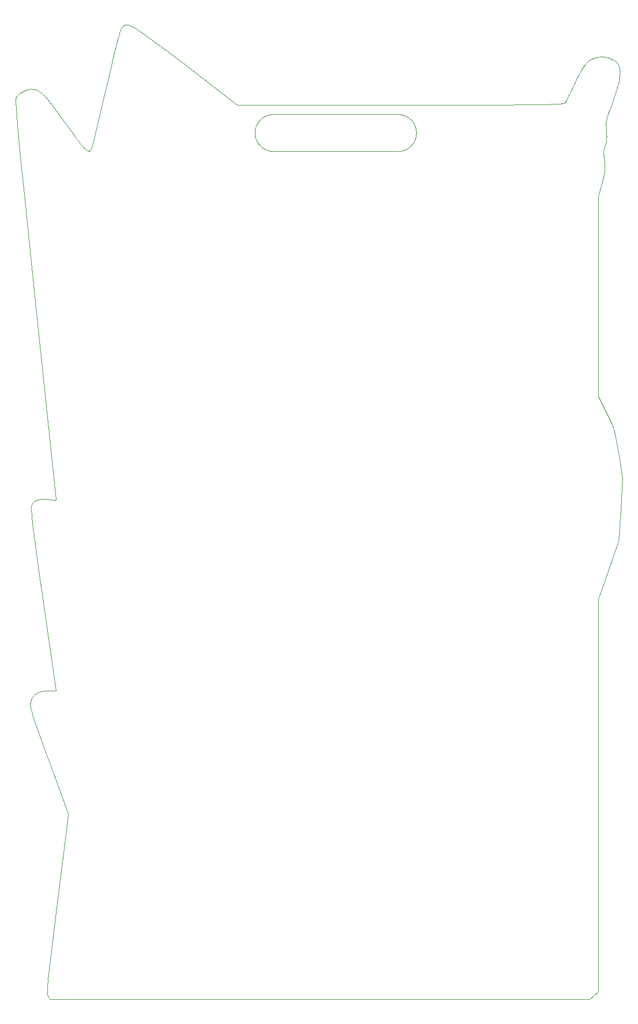
<source format=gm1>
%TF.GenerationSoftware,KiCad,Pcbnew,8.0.1*%
%TF.CreationDate,2024-04-29T20:13:38-04:00*%
%TF.ProjectId,HackerBadgePCBV3 (Simplified),4861636b-6572-4426-9164-676550434256,1.8*%
%TF.SameCoordinates,Original*%
%TF.FileFunction,Profile,NP*%
%FSLAX46Y46*%
G04 Gerber Fmt 4.6, Leading zero omitted, Abs format (unit mm)*
G04 Created by KiCad (PCBNEW 8.0.1) date 2024-04-29 20:13:38*
%MOMM*%
%LPD*%
G01*
G04 APERTURE LIST*
%TA.AperFunction,Profile*%
%ADD10C,0.100000*%
%TD*%
G04 APERTURE END LIST*
D10*
X104966393Y-21121939D02*
X105219037Y-21190234D01*
X105522283Y-21316408D01*
X105887838Y-21507801D01*
X106327410Y-21771756D01*
X106852707Y-22115616D01*
X107475437Y-22546722D01*
X109060026Y-23700041D01*
X111174840Y-25290452D01*
X113913541Y-27376690D01*
X122199586Y-33698467D01*
X147870519Y-33698467D01*
X155930474Y-33696747D01*
X162108979Y-33688941D01*
X164571483Y-33681516D01*
X166658180Y-33671081D01*
X168400587Y-33657140D01*
X169830225Y-33639198D01*
X170978610Y-33616758D01*
X171877262Y-33589324D01*
X172242788Y-33573579D01*
X172557699Y-33556400D01*
X172825937Y-33537724D01*
X173051440Y-33517490D01*
X173238148Y-33495636D01*
X173390002Y-33472099D01*
X173510941Y-33446817D01*
X173604905Y-33419729D01*
X173675834Y-33390772D01*
X173727667Y-33359885D01*
X173764344Y-33327005D01*
X173789806Y-33292071D01*
X173866007Y-33160880D01*
X173988774Y-32928354D01*
X174348607Y-32211156D01*
X174818505Y-31244193D01*
X175347667Y-30131181D01*
X175613255Y-29579547D01*
X175861577Y-29082549D01*
X176095481Y-28637145D01*
X176317808Y-28240292D01*
X176531404Y-27888947D01*
X176635817Y-27729389D01*
X176739113Y-27580068D01*
X176841649Y-27440602D01*
X176943779Y-27310611D01*
X177045860Y-27189716D01*
X177148247Y-27077535D01*
X177251296Y-26973689D01*
X177355361Y-26877797D01*
X177460799Y-26789478D01*
X177567964Y-26708353D01*
X177677214Y-26634040D01*
X177788902Y-26566161D01*
X177903385Y-26504333D01*
X178021019Y-26448178D01*
X178142158Y-26397314D01*
X178267158Y-26351362D01*
X178396375Y-26309940D01*
X178530164Y-26272669D01*
X178812882Y-26209058D01*
X179118156Y-26157484D01*
X179226926Y-26144833D01*
X179337177Y-26136444D01*
X179448668Y-26132214D01*
X179561159Y-26132040D01*
X179674410Y-26135818D01*
X179788183Y-26143445D01*
X180016332Y-26169832D01*
X180243686Y-26210374D01*
X180468329Y-26264244D01*
X180688341Y-26330616D01*
X180901804Y-26408663D01*
X181106801Y-26497558D01*
X181301414Y-26596474D01*
X181483723Y-26704584D01*
X181569664Y-26761828D01*
X181651810Y-26821061D01*
X181729922Y-26882179D01*
X181803759Y-26945078D01*
X181873081Y-27009656D01*
X181937650Y-27075809D01*
X181997224Y-27143434D01*
X182051564Y-27212427D01*
X182100432Y-27282685D01*
X182143585Y-27354104D01*
X182231669Y-27549759D01*
X182301100Y-27764696D01*
X182351745Y-27999674D01*
X182383473Y-28255455D01*
X182396150Y-28532800D01*
X182389645Y-28832469D01*
X182363826Y-29155222D01*
X182318560Y-29501821D01*
X182253714Y-29873026D01*
X182169158Y-30269598D01*
X182064757Y-30692297D01*
X181940381Y-31141884D01*
X181795896Y-31619120D01*
X181631171Y-32124765D01*
X181240470Y-33224325D01*
X180887561Y-34170299D01*
X180743138Y-34567152D01*
X180618525Y-34920482D01*
X180512565Y-35235711D01*
X180424100Y-35518264D01*
X180351974Y-35773565D01*
X180295028Y-36007038D01*
X180252105Y-36224107D01*
X180222048Y-36430195D01*
X180203698Y-36630727D01*
X180195898Y-36831127D01*
X180197492Y-37036818D01*
X180207320Y-37253225D01*
X180224226Y-37485771D01*
X180247052Y-37739881D01*
X180262386Y-37930437D01*
X180274478Y-38112858D01*
X180283264Y-38287473D01*
X180288677Y-38454613D01*
X180290650Y-38614610D01*
X180289117Y-38767793D01*
X180284013Y-38914494D01*
X180275271Y-39055043D01*
X180262825Y-39189771D01*
X180246609Y-39319008D01*
X180226556Y-39443086D01*
X180202600Y-39562336D01*
X180174676Y-39677087D01*
X180142716Y-39787671D01*
X180106655Y-39894418D01*
X180066427Y-39997659D01*
X180026212Y-40107865D01*
X179990229Y-40218897D01*
X179958479Y-40331583D01*
X179930963Y-40446749D01*
X179907679Y-40565222D01*
X179888629Y-40687829D01*
X179873812Y-40815397D01*
X179863228Y-40948753D01*
X179856877Y-41088723D01*
X179854760Y-41236135D01*
X179856876Y-41391815D01*
X179863225Y-41556590D01*
X179888625Y-41916734D01*
X179930958Y-42323180D01*
X179980216Y-42788668D01*
X179996791Y-43000443D01*
X180007513Y-43202297D01*
X180012016Y-43397272D01*
X180009938Y-43588411D01*
X180000915Y-43778756D01*
X179984583Y-43971350D01*
X179960577Y-44169236D01*
X179928536Y-44375457D01*
X179888093Y-44593055D01*
X179838886Y-44825072D01*
X179712725Y-45344539D01*
X179547140Y-45958197D01*
X178982697Y-48035356D01*
X178982697Y-79531357D01*
X180247052Y-82082641D01*
X180654554Y-82899895D01*
X180975537Y-83583005D01*
X181109619Y-83894514D01*
X181229315Y-84196794D01*
X181337039Y-84497950D01*
X181435204Y-84806085D01*
X181526226Y-85129301D01*
X181612518Y-85475700D01*
X181696496Y-85853387D01*
X181780573Y-86270464D01*
X181958683Y-87255198D01*
X182166164Y-88494726D01*
X182820910Y-92378109D01*
X182504826Y-97300058D01*
X182188742Y-102222021D01*
X180585714Y-106827880D01*
X178982697Y-111411171D01*
X178982697Y-173183964D01*
X178282775Y-173770985D01*
X177582873Y-174358007D01*
X92735588Y-174358007D01*
X92396922Y-173816132D01*
X92293205Y-173580304D01*
X92244521Y-173157149D01*
X92263571Y-172414377D01*
X92363055Y-171219695D01*
X92854121Y-166945440D01*
X93819322Y-159276054D01*
X95580388Y-145255243D01*
X92577543Y-137082109D01*
X91975308Y-135427669D01*
X91413024Y-133858424D01*
X90903128Y-132410888D01*
X90458055Y-131121573D01*
X90090240Y-130026990D01*
X89812119Y-129163653D01*
X89636127Y-128568075D01*
X89590315Y-128382105D01*
X89574699Y-128276767D01*
X89577865Y-128122456D01*
X89587328Y-127972816D01*
X89603032Y-127827890D01*
X89624926Y-127687717D01*
X89652955Y-127552340D01*
X89687065Y-127421800D01*
X89727202Y-127296138D01*
X89773313Y-127175396D01*
X89825344Y-127059615D01*
X89883242Y-126948836D01*
X89946952Y-126843101D01*
X90016421Y-126742450D01*
X90091595Y-126646926D01*
X90172421Y-126556570D01*
X90258844Y-126471422D01*
X90350810Y-126391525D01*
X90448267Y-126316920D01*
X90551161Y-126247647D01*
X90659436Y-126183749D01*
X90773041Y-126125267D01*
X90891921Y-126072242D01*
X91016022Y-126024715D01*
X91145291Y-125982728D01*
X91279674Y-125946322D01*
X91419117Y-125915539D01*
X91563566Y-125890419D01*
X91712969Y-125871004D01*
X91867270Y-125857336D01*
X92026416Y-125849456D01*
X92190353Y-125847405D01*
X92532388Y-125860956D01*
X92754947Y-125867303D01*
X92860852Y-125868890D01*
X92962424Y-125869419D01*
X93059102Y-125868889D01*
X93150322Y-125867301D01*
X93235524Y-125864655D01*
X93314143Y-125860951D01*
X93385619Y-125856189D01*
X93449390Y-125850368D01*
X93504891Y-125843488D01*
X93551563Y-125835550D01*
X93588842Y-125826554D01*
X93603783Y-125821658D01*
X93616165Y-125816499D01*
X93625918Y-125811074D01*
X93632972Y-125805385D01*
X93637255Y-125799431D01*
X93638699Y-125793212D01*
X91606699Y-111682109D01*
X90773438Y-105883145D01*
X90156077Y-101324550D01*
X89937619Y-99591088D01*
X89784249Y-98264555D01*
X89699671Y-97377232D01*
X89684336Y-97108360D01*
X89687588Y-96961396D01*
X89707155Y-96865753D01*
X89731939Y-96773575D01*
X89761866Y-96684886D01*
X89796861Y-96599711D01*
X89836850Y-96518075D01*
X89881759Y-96440003D01*
X89931513Y-96365518D01*
X89986038Y-96294647D01*
X90045259Y-96227414D01*
X90109102Y-96163844D01*
X90177493Y-96103962D01*
X90250357Y-96047791D01*
X90327619Y-95995358D01*
X90409206Y-95946688D01*
X90585055Y-95860731D01*
X90777308Y-95790120D01*
X90985369Y-95735054D01*
X91208645Y-95695730D01*
X91446538Y-95672347D01*
X91698455Y-95665104D01*
X91963798Y-95674199D01*
X92241975Y-95699830D01*
X92532388Y-95742196D01*
X92663875Y-95766004D01*
X92787358Y-95786603D01*
X92902772Y-95803961D01*
X93010049Y-95818045D01*
X93109124Y-95828821D01*
X93199932Y-95836257D01*
X93282404Y-95840319D01*
X93320495Y-95841075D01*
X93356477Y-95840975D01*
X93390342Y-95840015D01*
X93422082Y-95838191D01*
X93451690Y-95835499D01*
X93479155Y-95831934D01*
X93504471Y-95827493D01*
X93527629Y-95822172D01*
X93548621Y-95815966D01*
X93567438Y-95808870D01*
X93584072Y-95800882D01*
X93598515Y-95791997D01*
X93610759Y-95782210D01*
X93620795Y-95771518D01*
X93628616Y-95759917D01*
X93634212Y-95747401D01*
X93637576Y-95733968D01*
X93638699Y-95719613D01*
X90342344Y-64336508D01*
X88783419Y-49401308D01*
X87810811Y-39715441D01*
X87518578Y-36571133D01*
X87341969Y-34415308D01*
X87270664Y-33140016D01*
X87271276Y-32798836D01*
X87294344Y-32637309D01*
X87326582Y-32573635D01*
X87363869Y-32509714D01*
X87452609Y-32381722D01*
X87558613Y-32254523D01*
X87679930Y-32129310D01*
X87814609Y-32007271D01*
X87960697Y-31889598D01*
X88116245Y-31777481D01*
X88279299Y-31672111D01*
X88447911Y-31574678D01*
X88620127Y-31486374D01*
X88793997Y-31408388D01*
X88967569Y-31341912D01*
X89138892Y-31288136D01*
X89306015Y-31248250D01*
X89466986Y-31223445D01*
X89544556Y-31217070D01*
X89619855Y-31214912D01*
X89889807Y-31222640D01*
X90144347Y-31249220D01*
X90388701Y-31299744D01*
X90628094Y-31379306D01*
X90867751Y-31493000D01*
X91112899Y-31645917D01*
X91368762Y-31843153D01*
X91640566Y-32089799D01*
X91933537Y-32390950D01*
X92252900Y-32751699D01*
X92603881Y-33177138D01*
X92991705Y-33672361D01*
X93898785Y-34892533D01*
X95015944Y-36452959D01*
X95559933Y-37215505D01*
X96051038Y-37896658D01*
X96492467Y-38499693D01*
X96887429Y-39027884D01*
X97068488Y-39264936D01*
X97239132Y-39484505D01*
X97399764Y-39687000D01*
X97550784Y-39872830D01*
X97692593Y-40042405D01*
X97825592Y-40196134D01*
X97950183Y-40334426D01*
X98066765Y-40457691D01*
X98175741Y-40566337D01*
X98277512Y-40660775D01*
X98372477Y-40741412D01*
X98461039Y-40808660D01*
X98543598Y-40862926D01*
X98620555Y-40904620D01*
X98657058Y-40920881D01*
X98692311Y-40934152D01*
X98726365Y-40944485D01*
X98759268Y-40951930D01*
X98791072Y-40956540D01*
X98821826Y-40958365D01*
X98851581Y-40957456D01*
X98880387Y-40953864D01*
X98908293Y-40947641D01*
X98935350Y-40938838D01*
X98961609Y-40927506D01*
X98987118Y-40913696D01*
X99011929Y-40897459D01*
X99036092Y-40878847D01*
X99082672Y-40834700D01*
X99127259Y-40781665D01*
X99170254Y-40720150D01*
X99367104Y-39990256D01*
X99813721Y-38182977D01*
X101202254Y-32411531D01*
X102020301Y-28942139D01*
X102356614Y-27523818D01*
X102649701Y-26297188D01*
X102903497Y-25247829D01*
X103121938Y-24361320D01*
X103219131Y-23974629D01*
X103308960Y-23623243D01*
X103391919Y-23305360D01*
X103468498Y-23019177D01*
X103539191Y-22762892D01*
X103604489Y-22534703D01*
X103664883Y-22332806D01*
X103720867Y-22155401D01*
X103772931Y-22000683D01*
X103821568Y-21866850D01*
X103867270Y-21752101D01*
X103910529Y-21654633D01*
X103951836Y-21572642D01*
X103991684Y-21504328D01*
X104011215Y-21474735D01*
X104030565Y-21447886D01*
X104049796Y-21423555D01*
X104068970Y-21401516D01*
X104107392Y-21363413D01*
X104146322Y-21331776D01*
X104186253Y-21304803D01*
X104227676Y-21280691D01*
X104394992Y-21190897D01*
X104566078Y-21129612D01*
X104752643Y-21104179D01*
X104966393Y-21121939D01*
X147572110Y-35174662D02*
X147719913Y-35185901D01*
X147865567Y-35204410D01*
X148008889Y-35230004D01*
X148149697Y-35262503D01*
X148287807Y-35301722D01*
X148423036Y-35347478D01*
X148555203Y-35399590D01*
X148684123Y-35457874D01*
X148809615Y-35522147D01*
X148931494Y-35592226D01*
X149049579Y-35667929D01*
X149163686Y-35749072D01*
X149273632Y-35835473D01*
X149379236Y-35926949D01*
X149480313Y-36023316D01*
X149576681Y-36124393D01*
X149668157Y-36229997D01*
X149754558Y-36339943D01*
X149835701Y-36454050D01*
X149911404Y-36572135D01*
X149981484Y-36694014D01*
X150045757Y-36819506D01*
X150104041Y-36948426D01*
X150156153Y-37080593D01*
X150201910Y-37215823D01*
X150241129Y-37353933D01*
X150273627Y-37494741D01*
X150299222Y-37638064D01*
X150317730Y-37783719D01*
X150328970Y-37931522D01*
X150332757Y-38081292D01*
X150328970Y-38231060D01*
X150317730Y-38378863D01*
X150299222Y-38524517D01*
X150273627Y-38667840D01*
X150241129Y-38808647D01*
X150201910Y-38946757D01*
X150156153Y-39081987D01*
X150104041Y-39214153D01*
X150045757Y-39343074D01*
X149981484Y-39468565D01*
X149911404Y-39590445D01*
X149835701Y-39708529D01*
X149754558Y-39822636D01*
X149668157Y-39932583D01*
X149576681Y-40038186D01*
X149480313Y-40139264D01*
X149379236Y-40235632D01*
X149273632Y-40327108D01*
X149163686Y-40413509D01*
X149049579Y-40494652D01*
X148931494Y-40570355D01*
X148809615Y-40640435D01*
X148684123Y-40704708D01*
X148555203Y-40762992D01*
X148423036Y-40815104D01*
X148287807Y-40860861D01*
X148149697Y-40900080D01*
X148008889Y-40932579D01*
X147865567Y-40958173D01*
X147719913Y-40976682D01*
X147572110Y-40987921D01*
X147422341Y-40991708D01*
X127843176Y-40991708D01*
X127693406Y-40987921D01*
X127545603Y-40976682D01*
X127399948Y-40958173D01*
X127256625Y-40932579D01*
X127115817Y-40900080D01*
X126977707Y-40860861D01*
X126842477Y-40815104D01*
X126710310Y-40762992D01*
X126581390Y-40704708D01*
X126455898Y-40640435D01*
X126334019Y-40570355D01*
X126215934Y-40494652D01*
X126101827Y-40413509D01*
X125991881Y-40327108D01*
X125886277Y-40235632D01*
X125785200Y-40139264D01*
X125688833Y-40038186D01*
X125597357Y-39932583D01*
X125510956Y-39822636D01*
X125429813Y-39708529D01*
X125354110Y-39590445D01*
X125284031Y-39468565D01*
X125219758Y-39343074D01*
X125161474Y-39214153D01*
X125109362Y-39081987D01*
X125063606Y-38946757D01*
X125024387Y-38808647D01*
X124991888Y-38667840D01*
X124966294Y-38524517D01*
X124947785Y-38378863D01*
X124936546Y-38231060D01*
X124932759Y-38081292D01*
X124936546Y-37931522D01*
X124947785Y-37783719D01*
X124966294Y-37638064D01*
X124991888Y-37494741D01*
X125024387Y-37353933D01*
X125063606Y-37215823D01*
X125109362Y-37080593D01*
X125161474Y-36948426D01*
X125219758Y-36819506D01*
X125284031Y-36694014D01*
X125354110Y-36572135D01*
X125429813Y-36454050D01*
X125510956Y-36339943D01*
X125597357Y-36229997D01*
X125688833Y-36124393D01*
X125785200Y-36023316D01*
X125886277Y-35926949D01*
X125991881Y-35835473D01*
X126101827Y-35749072D01*
X126215934Y-35667929D01*
X126334019Y-35592226D01*
X126455898Y-35522147D01*
X126581390Y-35457874D01*
X126710310Y-35399590D01*
X126842477Y-35347478D01*
X126977707Y-35301722D01*
X127115817Y-35262503D01*
X127256625Y-35230004D01*
X127399948Y-35204410D01*
X127545603Y-35185901D01*
X127693406Y-35174662D01*
X127843176Y-35170875D01*
X147422341Y-35170875D01*
X147572110Y-35174662D01*
M02*

</source>
